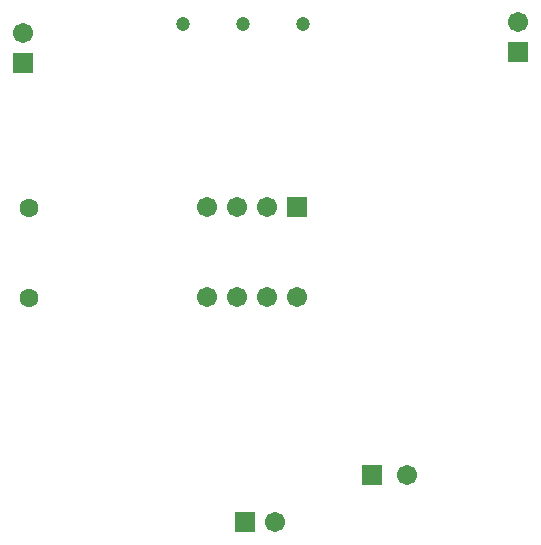
<source format=gbs>
G04 Layer_Color=16711935*
%FSAX25Y25*%
%MOIN*%
G70*
G01*
G75*
%ADD23R,0.06706X0.06706*%
%ADD24C,0.06706*%
%ADD25C,0.04737*%
%ADD26R,0.06706X0.06706*%
%ADD27C,0.06312*%
D23*
X0215500Y0466000D02*
D03*
X0380500Y0469500D02*
D03*
X0307000Y0418000D02*
D03*
D24*
X0215500Y0476000D02*
D03*
X0380500Y0479500D02*
D03*
X0343500Y0328500D02*
D03*
X0277000Y0388000D02*
D03*
X0287000D02*
D03*
X0297000D02*
D03*
X0307000D02*
D03*
X0277000Y0418000D02*
D03*
X0287000D02*
D03*
X0297000D02*
D03*
X0299500Y0313000D02*
D03*
D25*
X0268823Y0479122D02*
D03*
X0288823D02*
D03*
X0308823D02*
D03*
D26*
X0332000Y0328500D02*
D03*
X0289500Y0313000D02*
D03*
D27*
X0217500Y0387500D02*
D03*
Y0417500D02*
D03*
M02*

</source>
